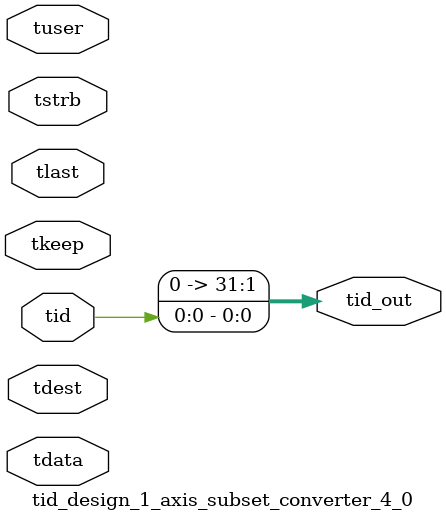
<source format=v>


`timescale 1ps/1ps

module tid_design_1_axis_subset_converter_4_0 #
(
parameter C_S_AXIS_TID_WIDTH   = 1,
parameter C_S_AXIS_TUSER_WIDTH = 0,
parameter C_S_AXIS_TDATA_WIDTH = 0,
parameter C_S_AXIS_TDEST_WIDTH = 0,
parameter C_M_AXIS_TID_WIDTH   = 32
)
(
input  [(C_S_AXIS_TID_WIDTH   == 0 ? 1 : C_S_AXIS_TID_WIDTH)-1:0       ] tid,
input  [(C_S_AXIS_TDATA_WIDTH == 0 ? 1 : C_S_AXIS_TDATA_WIDTH)-1:0     ] tdata,
input  [(C_S_AXIS_TUSER_WIDTH == 0 ? 1 : C_S_AXIS_TUSER_WIDTH)-1:0     ] tuser,
input  [(C_S_AXIS_TDEST_WIDTH == 0 ? 1 : C_S_AXIS_TDEST_WIDTH)-1:0     ] tdest,
input  [(C_S_AXIS_TDATA_WIDTH/8)-1:0 ] tkeep,
input  [(C_S_AXIS_TDATA_WIDTH/8)-1:0 ] tstrb,
input                                                                    tlast,
output [(C_M_AXIS_TID_WIDTH   == 0 ? 1 : C_M_AXIS_TID_WIDTH)-1:0       ] tid_out
);

assign tid_out = {tid[0:0]};

endmodule


</source>
